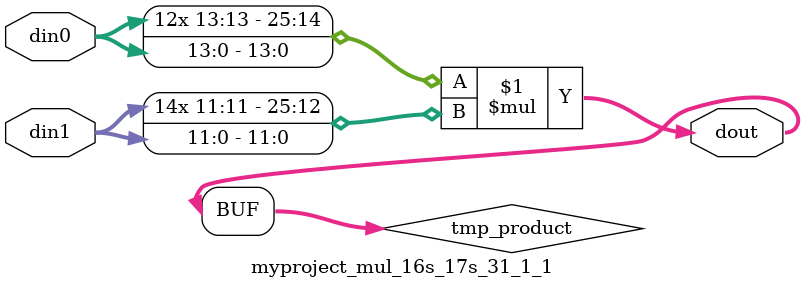
<source format=v>

`timescale 1 ns / 1 ps

  module myproject_mul_16s_17s_31_1_1(din0, din1, dout);
parameter ID = 1;
parameter NUM_STAGE = 0;
parameter din0_WIDTH = 14;
parameter din1_WIDTH = 12;
parameter dout_WIDTH = 26;

input [din0_WIDTH - 1 : 0] din0; 
input [din1_WIDTH - 1 : 0] din1; 
output [dout_WIDTH - 1 : 0] dout;

wire signed [dout_WIDTH - 1 : 0] tmp_product;













assign tmp_product = $signed(din0) * $signed(din1);








assign dout = tmp_product;







endmodule

</source>
